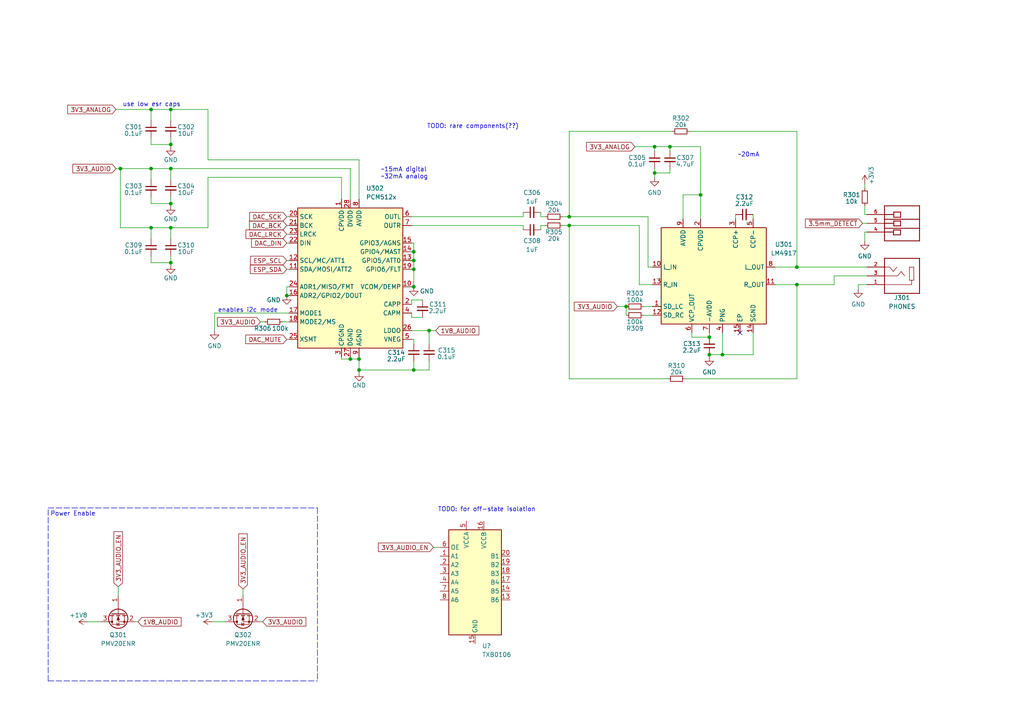
<source format=kicad_sch>
(kicad_sch (version 20211123) (generator eeschema)
  (paper "A4")
  (title_block (date "2022-09-04") (rev "1"))
  (lib_symbols
    (symbol "Audio:PCM5121PW"
      (property "Reference" "U" (at -13.97 21.59 0))
      (property "Value" "PCM5121PW" (at 10.16 21.59 0))
      (symbol "PCM5121PW_0_1"
        (rectangle (start -15.24 20.32) (end 15.24 -20.32) (stroke (width 0.254)) (fill (type background)))
      )
      (symbol "PCM5121PW_1_1"
        (pin power_in line (at -2.54 22.86 270) (length 2.54) (name "CPVDD") (number "1"))
        (pin bidirectional line (at 17.78 -2.54 180) (length 2.54) (name "VCOM/DEMP") (number "10"))
        (pin bidirectional line (at -17.78 2.54 0) (length 2.54) (name "SDA/MOSI/ATT2") (number "11"))
        (pin input line (at -17.78 5.08 0) (length 2.54) (name "SCL/MC/ATT1") (number "12"))
        (pin bidirectional line (at 17.78 5.08 180) (length 2.54) (name "GPIO5/ATT0") (number "13"))
        (pin bidirectional line (at 17.78 7.62 180) (length 2.54) (name "GPIO4/MAST") (number "14"))
        (pin bidirectional line (at 17.78 10.16 180) (length 2.54) (name "GPIO3/AGNS") (number "15"))
        (pin bidirectional line (at -17.78 -5.08 0) (length 2.54) (name "ADR2/GPIO2/DOUT") (number "16"))
        (pin input line (at -17.78 -10.16 0) (length 2.54) (name "MODE1") (number "17"))
        (pin input line (at -17.78 -12.7 0) (length 2.54) (name "MODE2/MS") (number "18"))
        (pin bidirectional line (at 17.78 2.54 180) (length 2.54) (name "GPIO6/FLT") (number "19"))
        (pin passive line (at 17.78 -7.62 180) (length 2.54) (name "CAPP") (number "2"))
        (pin input line (at -17.78 17.78 0) (length 2.54) (name "SCK") (number "20"))
        (pin bidirectional line (at -17.78 15.24 0) (length 2.54) (name "BCK") (number "21"))
        (pin input line (at -17.78 10.16 0) (length 2.54) (name "DIN") (number "22"))
        (pin bidirectional line (at -17.78 12.7 0) (length 2.54) (name "LRCK") (number "23"))
        (pin bidirectional line (at -17.78 -2.54 0) (length 2.54) (name "ADR1/MISO/FMT") (number "24"))
        (pin input line (at -17.78 -17.78 0) (length 2.54) (name "XSMT") (number "25"))
        (pin passive line (at 17.78 -15.24 180) (length 2.54) (name "LDOO") (number "26"))
        (pin power_in line (at 0 -22.86 90) (length 2.54) (name "DGND") (number "27"))
        (pin power_in line (at 0 22.86 270) (length 2.54) (name "DVDD") (number "28"))
        (pin power_in line (at -2.54 -22.86 90) (length 2.54) (name "CPGND") (number "3"))
        (pin passive line (at 17.78 -10.16 180) (length 2.54) (name "CAPM") (number "4"))
        (pin passive line (at 17.78 -17.78 180) (length 2.54) (name "VNEG") (number "5"))
        (pin output line (at 17.78 17.78 180) (length 2.54) (name "OUTL") (number "6"))
        (pin output line (at 17.78 15.24 180) (length 2.54) (name "OUTR") (number "7"))
        (pin power_in line (at 2.54 22.86 270) (length 2.54) (name "AVDD") (number "8"))
        (pin power_in line (at 2.54 -22.86 90) (length 2.54) (name "AGND") (number "9"))
      )
    )
    (symbol "Device:C_Small" (pin_numbers hide) (pin_names (offset 0.254) hide)
      (property "Reference" "C" (at 0.254 1.778 0))
      (property "Value" "C_Small" (at 0.254 -2.032 0))
      (symbol "C_Small_0_1"
        (polyline (pts (xy -1.524 -0.508) (xy 1.524 -0.508)) (stroke (width 0.3302)))
        (polyline (pts (xy -1.524 0.508) (xy 1.524 0.508)) (stroke (width 0.3048)))
      )
      (symbol "C_Small_1_1"
        (pin passive line (at 0 2.54 270) (length 2.032) (name "~") (number "1"))
        (pin passive line (at 0 -2.54 90) (length 2.032) (name "~") (number "2"))
      )
    )
    (symbol "Device:R_Small" (pin_numbers hide) (pin_names (offset 0.254) hide)
      (property "Reference" "R" (at 0.762 0.508 0))
      (property "Value" "R_Small" (at 0.762 -1.016 0))
      (symbol "R_Small_0_1"
        (rectangle (start -0.762 1.778) (end 0.762 -1.778) (stroke (width 0.2032)))
      )
      (symbol "R_Small_1_1"
        (pin passive line (at 0 2.54 270) (length 0.762) (name "~") (number "1"))
        (pin passive line (at 0 -2.54 90) (length 0.762) (name "~") (number "2"))
      )
    )
    (symbol "Transistor_FET:2N7002" (pin_names hide)
      (property "Reference" "Q" (at 5.08 1.905 0))
      (property "Value" "2N7002" (at 5.08 0 0))
      (symbol "2N7002_0_1"
        (polyline (pts (xy 0.254 0) (xy -2.54 0)))
        (polyline (pts (xy 0.254 1.905) (xy 0.254 -1.905)) (stroke (width 0.254)))
        (polyline (pts (xy 0.762 -1.27) (xy 0.762 -2.286)) (stroke (width 0.254)))
        (polyline (pts (xy 0.762 0.508) (xy 0.762 -0.508)) (stroke (width 0.254)))
        (polyline (pts (xy 0.762 2.286) (xy 0.762 1.27)) (stroke (width 0.254)))
        (polyline (pts (xy 2.54 2.54) (xy 2.54 1.778)))
        (polyline (pts (xy 2.54 -2.54) (xy 2.54 0) (xy 0.762 0)))
        (polyline (pts (xy 0.762 -1.778) (xy 3.302 -1.778) (xy 3.302 1.778) (xy 0.762 1.778)))
        (polyline (pts (xy 1.016 0) (xy 2.032 0.381) (xy 2.032 -0.381) (xy 1.016 0)) (fill (type outline)))
        (polyline (pts (xy 2.794 0.508) (xy 2.921 0.381) (xy 3.683 0.381) (xy 3.81 0.254)))
        (polyline (pts (xy 3.302 0.381) (xy 2.921 -0.254) (xy 3.683 -0.254) (xy 3.302 0.381)))
        (circle (center 1.651 0) (radius 2.794) (stroke (width 0.254)))
        (circle (center 2.54 -1.778) (radius 0.254) (fill (type outline)))
        (circle (center 2.54 1.778) (radius 0.254) (fill (type outline)))
      )
      (symbol "2N7002_1_1"
        (pin input line (at -5.08 0 0) (length 2.54) (name "G") (number "1"))
        (pin passive line (at 2.54 -5.08 90) (length 2.54) (name "S") (number "2"))
        (pin passive line (at 2.54 5.08 270) (length 2.54) (name "D") (number "3"))
      )
    )
    (symbol "power:+1V8" (power) (pin_names (offset 0))
      (property "Value" "+1V8" (at 0 3.556 0))
      (symbol "+1V8_0_1"
        (polyline (pts (xy -0.762 1.27) (xy 0 2.54)))
        (polyline (pts (xy 0 0) (xy 0 2.54)))
        (polyline (pts (xy 0 2.54) (xy 0.762 1.27)))
      )
      (symbol "+1V8_1_1"
        (pin power_in line (at 0 0 90) (length 0) hide (name "+1V8") (number "1"))
      )
    )
    (symbol "power:+3V3" (power) (pin_names (offset 0))
      (property "Value" "+3V3" (at 0 3.556 0))
      (symbol "+3V3_0_1"
        (polyline (pts (xy -0.762 1.27) (xy 0 2.54)))
        (polyline (pts (xy 0 0) (xy 0 2.54)))
        (polyline (pts (xy 0 2.54) (xy 0.762 1.27)))
      )
      (symbol "+3V3_1_1"
        (pin power_in line (at 0 0 90) (length 0) hide (name "+3V3") (number "1"))
      )
    )
    (symbol "power:GND" (power) (pin_names (offset 0))
      (property "Value" "GND" (at 0 -3.81 0))
      (symbol "GND_0_1"
        (polyline (pts (xy 0 0) (xy 0 -1.27) (xy 1.27 -1.27) (xy 0 -2.54) (xy -1.27 -1.27) (xy 0 -1.27)))
      )
      (symbol "GND_1_1"
        (pin power_in line (at 0 0 270) (length 0) hide (name "GND") (number "1"))
      )
    )
    (symbol "symbols:LM4917"
      (property "Reference" "U" (at 0 0 0))
      (property "Value" "LM4917" (at 0 0 0))
      (symbol "LM4917_0_0"
        (pin power_in line (at -17.78 -2.54 0) (length 2.54) (name "R_IN") (number "13"))
        (pin power_in line (at 11.43 -16.51 90) (length 2.54) (name "SGND") (number "14"))
        (pin power_in line (at 7.62 -16.51 90) (length 2.54) (name "EP") (number "15"))
        (pin passive line (at 6.35 16.51 270) (length 2.54) (name "CCP+") (number "3"))
      )
      (symbol "LM4917_0_1"
        (rectangle (start -15.24 13.97) (end 15.24 -13.97) (stroke (width 0.254)) (fill (type background)))
      )
      (symbol "LM4917_1_1"
        (pin output line (at -17.78 -8.89 0) (length 2.54) (name "SD_LC") (number "1"))
        (pin output line (at -17.78 2.54 0) (length 2.54) (name "L_IN") (number "10"))
        (pin power_in line (at 17.78 -2.54 180) (length 2.54) (name "R_OUT") (number "11"))
        (pin power_in line (at -17.78 -11.43 0) (length 2.54) (name "SD_RC") (number "12"))
        (pin power_in line (at -3.81 16.51 270) (length 2.54) (name "CPVDD") (number "2"))
        (pin output line (at 2.54 -16.51 90) (length 2.54) (name "PNG") (number "4"))
        (pin output line (at 11.43 16.51 270) (length 2.54) (name "CCP-") (number "5"))
        (pin input line (at -6.35 -16.51 90) (length 2.54) (name "VCP_OUT") (number "6"))
        (pin power_in line (at -1.27 -16.51 90) (length 2.54) (name "-AVDD") (number "7"))
        (pin power_in line (at 17.78 2.54 180) (length 2.54) (name "L_OUT") (number "8"))
        (pin input line (at -8.89 16.51 270) (length 2.54) (name "AVDD") (number "9"))
      )
    )
    (symbol "symbols:SJ-3566AN" (pin_names (offset 1.016) hide)
      (property "Reference" "J301" (at 0 6.35 0))
      (property "Value" "PHONES" (at 0 8.89 0))
      (symbol "SJ-3566AN_0_0"
        (polyline (pts (xy -5.1054 -13.7922) (xy 5.0038 -13.7922)) (stroke (width 0.254)))
        (polyline (pts (xy -5.08 -20.32) (xy 5.08 -20.32)) (stroke (width 0.254)))
        (polyline (pts (xy -5.08 -10.16) (xy -5.08 -20.32)) (stroke (width 0.254)))
        (polyline (pts (xy -5.08 -5.08) (xy 5.08 -5.08)) (stroke (width 0.254)))
        (polyline (pts (xy -5.08 5.08) (xy -5.08 -5.08)) (stroke (width 0.254)))
        (polyline (pts (xy -3.429 -2.54) (xy -2.159 -2.54)) (stroke (width 0.1524)))
        (polyline (pts (xy -3.429 1.27) (xy -3.429 -2.54)) (stroke (width 0.1524)))
        (polyline (pts (xy -2.794 1.27) (xy -3.429 1.27)) (stroke (width 0.1524)))
        (polyline (pts (xy -2.794 1.27) (xy -2.794 2.54)) (stroke (width 0.1524)))
        (polyline (pts (xy -2.794 2.54) (xy 5.08 2.54)) (stroke (width 0.1524)))
        (polyline (pts (xy -2.159 -2.54) (xy -2.159 1.27)) (stroke (width 0.1524)))
        (polyline (pts (xy -2.159 1.27) (xy -2.794 1.27)) (stroke (width 0.1524)))
        (polyline (pts (xy 0.254 -1.27) (xy -0.762 0)) (stroke (width 0.1524)))
        (polyline (pts (xy 0.4064 -18.4912) (xy 0.4064 -16.9926)) (stroke (width 0.254)))
        (polyline (pts (xy 0.4064 -16.9926) (xy 2.3876 -16.9926)) (stroke (width 0.254)))
        (polyline (pts (xy 0.4064 -15.9004) (xy 0.4064 -14.5034)) (stroke (width 0.254)))
        (polyline (pts (xy 0.4064 -14.5034) (xy 2.3876 -14.5034)) (stroke (width 0.254)))
        (polyline (pts (xy 0.4064 -11.9126) (xy 0.4064 -13.3096)) (stroke (width 0.254)))
        (polyline (pts (xy 0.508 -13.3096) (xy 2.4892 -13.3096)) (stroke (width 0.254)))
        (polyline (pts (xy 1.27 0) (xy 0.254 -1.27)) (stroke (width 0.1524)))
        (polyline (pts (xy 1.524 -2.54) (xy 2.54 -1.27)) (stroke (width 0.1524)))
        (polyline (pts (xy 2.3876 -18.4912) (xy 0.4064 -18.4912)) (stroke (width 0.254)))
        (polyline (pts (xy 2.3876 -16.9926) (xy 2.3876 -18.4912)) (stroke (width 0.254)))
        (polyline (pts (xy 2.3876 -15.9004) (xy 0.4064 -15.9004)) (stroke (width 0.254)))
        (polyline (pts (xy 2.3876 -14.5034) (xy 2.3876 -15.9004)) (stroke (width 0.254)))
        (polyline (pts (xy 2.4892 -13.3096) (xy 2.4892 -11.9126)) (stroke (width 0.254)))
        (polyline (pts (xy 2.4892 -11.9126) (xy 0.508 -11.9126)) (stroke (width 0.254)))
        (polyline (pts (xy 2.54 -1.27) (xy 3.556 -2.54)) (stroke (width 0.1524)))
        (polyline (pts (xy 5.08 -20.32) (xy 5.08 -17.78)) (stroke (width 0.254)))
        (polyline (pts (xy 5.08 -17.78) (xy 2.54 -17.78)) (stroke (width 0.254)))
        (polyline (pts (xy 5.08 -17.78) (xy 5.08 -15.24)) (stroke (width 0.254)))
        (polyline (pts (xy 5.08 -15.24) (xy 2.54 -15.24)) (stroke (width 0.254)))
        (polyline (pts (xy 5.08 -15.24) (xy 5.08 -12.7)) (stroke (width 0.254)))
        (polyline (pts (xy 5.08 -12.7) (xy 2.54 -12.7)) (stroke (width 0.254)))
        (polyline (pts (xy 5.08 -12.7) (xy 5.08 -10.16)) (stroke (width 0.254)))
        (polyline (pts (xy 5.08 -10.16) (xy -5.08 -10.16)) (stroke (width 0.254)))
        (polyline (pts (xy 5.08 -5.08) (xy 5.08 -2.54)) (stroke (width 0.254)))
        (polyline (pts (xy 5.08 -2.54) (xy 3.556 -2.54)) (stroke (width 0.1524)))
        (polyline (pts (xy 5.08 -2.54) (xy 5.08 0)) (stroke (width 0.254)))
        (polyline (pts (xy 5.08 0) (xy 1.27 0)) (stroke (width 0.1524)))
        (polyline (pts (xy 5.08 0) (xy 5.08 2.54)) (stroke (width 0.254)))
        (polyline (pts (xy 5.08 2.54) (xy 5.08 5.08)) (stroke (width 0.254)))
        (polyline (pts (xy 5.08 5.08) (xy -5.08 5.08)) (stroke (width 0.254)))
        (polyline (pts (xy 5.1054 -16.4084) (xy -5.1054 -16.4084)) (stroke (width 0.254)))
        (pin passive line (at 10.16 2.54 180) (length 5.08) (name "~") (number "1"))
        (pin passive line (at 10.16 -2.54 180) (length 5.08) (name "~") (number "2"))
        (pin passive line (at 10.16 0 180) (length 5.08) (name "~") (number "3"))
        (pin passive line (at 10.16 -12.7 180) (length 5.08) (name "~") (number "4"))
        (pin passive line (at 10.16 -15.24 180) (length 5.08) (name "~") (number "5"))
        (pin passive line (at 10.16 -17.78 180) (length 5.08) (name "~") (number "6"))
      )
    )
    (symbol "symbols:TXB0106"
      (property "Reference" "U" (at 0 -6.35 0))
      (property "Value" "TXB0106" (at 0 -8.89 0))
      (symbol "TXB0106_0_1"
        (rectangle (start -7.62 13.97) (end 7.62 -16.51) (stroke (width 0.254)) (fill (type background)))
      )
      (symbol "TXB0106_1_1"
        (pin bidirectional line (at -10.16 6.35 0) (length 2.54) (name "A1") (number "1"))
        (pin bidirectional line (at 10.16 -6.35 180) (length 2.54) (name "B6") (number "13"))
        (pin bidirectional line (at 10.16 -3.81 180) (length 2.54) (name "B5") (number "14"))
        (pin power_in line (at 0 -19.05 90) (length 2.54) (name "GND") (number "15"))
        (pin power_in line (at 2.54 16.51 270) (length 2.54) (name "VCCB") (number "16"))
        (pin bidirectional line (at 10.16 -1.27 180) (length 2.54) (name "B4") (number "17"))
        (pin bidirectional line (at 10.16 1.27 180) (length 2.54) (name "B3") (number "18"))
        (pin bidirectional line (at 10.16 3.81 180) (length 2.54) (name "B2") (number "19"))
        (pin bidirectional line (at -10.16 3.81 0) (length 2.54) (name "A2") (number "2"))
        (pin bidirectional line (at 10.16 6.35 180) (length 2.54) (name "B1") (number "20"))
        (pin bidirectional line (at -10.16 1.27 0) (length 2.54) (name "A3") (number "3"))
        (pin bidirectional line (at -10.16 -1.27 0) (length 2.54) (name "A4") (number "4"))
        (pin power_in line (at -2.54 16.51 270) (length 2.54) (name "VCCA") (number "5"))
        (pin input line (at -10.16 8.89 0) (length 2.54) (name "OE") (number "6"))
        (pin bidirectional line (at -10.16 -3.81 0) (length 2.54) (name "A5") (number "7"))
        (pin bidirectional line (at -10.16 -6.35 0) (length 2.54) (name "A6") (number "8"))
      )
    )
  )
  (junction (at 120.015 83.185))
  (junction (at 120.015 75.565))
  (junction (at 120.015 73.025))
  (junction (at 49.53 31.75))
  (junction (at 205.74 102.87))
  (junction (at 104.14 107.315))
  (junction (at 189.865 42.545))
  (junction (at 49.53 41.91))
  (junction (at 34.925 48.895))
  (junction (at 189.865 50.165))
  (junction (at 101.6 104.14))
  (junction (at 49.53 76.2))
  (junction (at 231.14 82.55))
  (junction (at 49.53 59.055))
  (junction (at 203.2 56.515))
  (junction (at 209.55 102.87))
  (junction (at 104.14 104.14))
  (junction (at 205.74 97.79))
  (junction (at 124.46 95.885))
  (junction (at 120.015 78.105))
  (junction (at 120.015 107.315))
  (junction (at 194.31 42.545))
  (junction (at 165.1 65.405))
  (junction (at 49.53 48.895))
  (junction (at 43.815 66.04))
  (junction (at 43.815 48.895))
  (junction (at 181.61 88.9))
  (junction (at 43.815 31.75))
  (junction (at 49.53 66.04))
  (junction (at 83.185 85.725))
  (junction (at 165.1 62.865))
  (junction (at 231.14 77.47))
  (no_connect (at 214.63 96.52))
  (polyline (pts (xy 13.97 197.485) (xy 13.97 147.32)))
  (wire (pts (xy 250.825 67.31) (xy 250.825 69.85)))
  (wire (pts (xy 187.96 62.865) (xy 187.96 77.47)))
  (wire (pts (xy 156.845 65.405) (xy 156.845 66.675)))
  (wire (pts (xy 119.38 86.995) (xy 119.38 88.265)))
  (wire (pts (xy 119.38 75.565) (xy 120.015 75.565)))
  (wire (pts (xy 49.53 40.005) (xy 49.53 41.91)))
  (wire (pts (xy 251.46 62.23) (xy 250.825 62.23)))
  (wire (pts (xy 101.6 104.14) (xy 104.14 104.14)))
  (wire (pts (xy 251.46 67.31) (xy 250.825 67.31)))
  (wire (pts (xy 158.115 62.865) (xy 156.845 62.865)))
  (wire (pts (xy 231.14 82.55) (xy 231.14 109.855)))
  (wire (pts (xy 156.845 62.865) (xy 156.845 61.595)))
  (wire (pts (xy 151.765 65.405) (xy 151.765 66.675)))
  (wire (pts (xy 43.815 76.2) (xy 49.53 76.2)))
  (wire (pts (xy 231.14 109.855) (xy 198.755 109.855)))
  (wire (pts (xy 213.36 62.23) (xy 213.36 63.5)))
  (wire (pts (xy 224.79 82.55) (xy 231.14 82.55)))
  (wire (pts (xy 43.815 52.07) (xy 43.815 48.895)))
  (wire (pts (xy 43.815 41.91) (xy 49.53 41.91)))
  (polyline (pts (xy 13.97 197.485) (xy 92.075 197.485)))
  (wire (pts (xy 251.46 82.55) (xy 248.92 82.55)))
  (wire (pts (xy 60.325 31.75) (xy 60.325 46.355)))
  (wire (pts (xy 124.46 107.315) (xy 120.015 107.315)))
  (wire (pts (xy 119.38 95.885) (xy 124.46 95.885)))
  (wire (pts (xy 165.1 38.1) (xy 194.945 38.1)))
  (wire (pts (xy 70.485 170.815) (xy 70.485 172.72)))
  (wire (pts (xy 181.61 88.9) (xy 181.61 91.44)))
  (wire (pts (xy 61.595 180.34) (xy 65.405 180.34)))
  (wire (pts (xy 189.865 42.545) (xy 189.865 43.815)))
  (wire (pts (xy 34.29 170.18) (xy 34.29 172.72)))
  (wire (pts (xy 49.53 31.75) (xy 60.325 31.75)))
  (wire (pts (xy 33.655 31.75) (xy 43.815 31.75)))
  (wire (pts (xy 104.14 57.785) (xy 104.14 46.355)))
  (wire (pts (xy 25.4 180.34) (xy 29.21 180.34)))
  (wire (pts (xy 81.915 93.345) (xy 83.82 93.345)))
  (wire (pts (xy 49.53 76.835) (xy 49.53 76.2)))
  (wire (pts (xy 119.38 62.865) (xy 151.765 62.865)))
  (wire (pts (xy 40.005 180.34) (xy 39.37 180.34)))
  (wire (pts (xy 49.53 59.69) (xy 49.53 59.055)))
  (wire (pts (xy 218.44 96.52) (xy 218.44 102.87)))
  (wire (pts (xy 34.925 48.895) (xy 43.815 48.895)))
  (wire (pts (xy 49.53 31.75) (xy 43.815 31.75)))
  (wire (pts (xy 125.73 158.75) (xy 127.635 158.75)))
  (wire (pts (xy 185.42 65.405) (xy 165.1 65.405)))
  (wire (pts (xy 83.185 62.865) (xy 83.82 62.865)))
  (wire (pts (xy 49.53 66.04) (xy 43.815 66.04)))
  (wire (pts (xy 99.06 104.14) (xy 101.6 104.14)))
  (wire (pts (xy 120.015 70.485) (xy 120.015 73.025)))
  (wire (pts (xy 241.935 82.55) (xy 241.935 80.01)))
  (wire (pts (xy 33.655 48.895) (xy 34.925 48.895)))
  (polyline (pts (xy 13.97 147.32) (xy 92.075 147.32)))
  (wire (pts (xy 83.185 83.185) (xy 83.185 85.725)))
  (wire (pts (xy 49.53 57.15) (xy 49.53 59.055)))
  (wire (pts (xy 179.07 88.9) (xy 181.61 88.9)))
  (wire (pts (xy 122.555 92.075) (xy 119.38 92.075)))
  (wire (pts (xy 165.1 62.865) (xy 163.195 62.865)))
  (wire (pts (xy 119.38 73.025) (xy 120.015 73.025)))
  (polyline (pts (xy 92.075 147.32) (xy 92.075 197.485)))
  (wire (pts (xy 158.115 65.405) (xy 156.845 65.405)))
  (wire (pts (xy 185.42 65.405) (xy 185.42 82.55)))
  (wire (pts (xy 124.46 104.775) (xy 124.46 107.315)))
  (wire (pts (xy 83.185 83.185) (xy 83.82 83.185)))
  (wire (pts (xy 184.15 42.545) (xy 189.865 42.545)))
  (wire (pts (xy 120.015 78.105) (xy 120.015 83.185)))
  (wire (pts (xy 49.53 74.295) (xy 49.53 76.2)))
  (wire (pts (xy 43.815 74.295) (xy 43.815 76.2)))
  (wire (pts (xy 34.925 48.895) (xy 34.925 66.04)))
  (wire (pts (xy 49.53 69.215) (xy 49.53 66.04)))
  (wire (pts (xy 43.815 40.005) (xy 43.815 41.91)))
  (wire (pts (xy 49.53 34.925) (xy 49.53 31.75)))
  (wire (pts (xy 250.825 53.34) (xy 250.825 54.61)))
  (wire (pts (xy 76.2 180.34) (xy 75.565 180.34)))
  (wire (pts (xy 194.31 48.895) (xy 194.31 50.165)))
  (wire (pts (xy 120.015 104.775) (xy 120.015 107.315)))
  (wire (pts (xy 119.38 98.425) (xy 120.015 98.425)))
  (wire (pts (xy 165.1 62.865) (xy 165.1 38.1)))
  (wire (pts (xy 43.815 34.925) (xy 43.815 31.75)))
  (wire (pts (xy 165.1 109.855) (xy 165.1 65.405)))
  (wire (pts (xy 231.14 82.55) (xy 241.935 82.55)))
  (wire (pts (xy 194.31 42.545) (xy 203.2 42.545)))
  (wire (pts (xy 75.565 93.345) (xy 76.835 93.345)))
  (wire (pts (xy 49.53 52.07) (xy 49.53 48.895)))
  (wire (pts (xy 209.55 102.87) (xy 205.74 102.87)))
  (wire (pts (xy 224.79 77.47) (xy 231.14 77.47)))
  (wire (pts (xy 203.2 42.545) (xy 203.2 56.515)))
  (wire (pts (xy 43.815 57.15) (xy 43.815 59.055)))
  (wire (pts (xy 165.1 65.405) (xy 163.195 65.405)))
  (wire (pts (xy 189.865 50.165) (xy 189.865 51.435)))
  (wire (pts (xy 83.185 67.945) (xy 83.82 67.945)))
  (wire (pts (xy 60.325 66.04) (xy 60.325 51.435)))
  (wire (pts (xy 120.015 107.315) (xy 104.14 107.315)))
  (wire (pts (xy 62.23 90.805) (xy 62.23 95.885)))
  (wire (pts (xy 186.69 91.44) (xy 189.23 91.44)))
  (wire (pts (xy 248.92 82.55) (xy 248.92 83.82)))
  (wire (pts (xy 119.38 92.075) (xy 119.38 90.805)))
  (wire (pts (xy 83.185 78.105) (xy 83.82 78.105)))
  (wire (pts (xy 200.66 96.52) (xy 200.66 97.79)))
  (wire (pts (xy 205.74 103.505) (xy 205.74 102.87)))
  (wire (pts (xy 49.53 48.895) (xy 43.815 48.895)))
  (wire (pts (xy 120.015 83.185) (xy 119.38 83.185)))
  (wire (pts (xy 49.53 42.545) (xy 49.53 41.91)))
  (wire (pts (xy 83.185 98.425) (xy 83.82 98.425)))
  (wire (pts (xy 198.12 63.5) (xy 198.12 56.515)))
  (wire (pts (xy 218.44 62.23) (xy 218.44 63.5)))
  (wire (pts (xy 120.015 75.565) (xy 120.015 78.105)))
  (wire (pts (xy 231.14 77.47) (xy 251.46 77.47)))
  (wire (pts (xy 101.6 57.785) (xy 101.6 48.895)))
  (wire (pts (xy 99.06 51.435) (xy 99.06 57.785)))
  (wire (pts (xy 62.23 90.805) (xy 83.82 90.805)))
  (wire (pts (xy 209.55 96.52) (xy 209.55 102.87)))
  (wire (pts (xy 60.325 51.435) (xy 99.06 51.435)))
  (wire (pts (xy 43.815 69.215) (xy 43.815 66.04)))
  (wire (pts (xy 49.53 66.04) (xy 60.325 66.04)))
  (wire (pts (xy 209.55 102.87) (xy 218.44 102.87)))
  (wire (pts (xy 198.12 56.515) (xy 203.2 56.515)))
  (wire (pts (xy 231.14 38.1) (xy 231.14 77.47)))
  (wire (pts (xy 200.025 38.1) (xy 231.14 38.1)))
  (wire (pts (xy 250.19 64.77) (xy 251.46 64.77)))
  (wire (pts (xy 205.74 97.79) (xy 205.74 96.52)))
  (wire (pts (xy 104.14 104.14) (xy 104.14 107.315)))
  (wire (pts (xy 120.015 98.425) (xy 120.015 99.695)))
  (wire (pts (xy 120.015 73.025) (xy 120.015 75.565)))
  (wire (pts (xy 83.185 75.565) (xy 83.82 75.565)))
  (wire (pts (xy 101.6 103.505) (xy 101.6 104.14)))
  (wire (pts (xy 119.38 70.485) (xy 120.015 70.485)))
  (wire (pts (xy 189.23 82.55) (xy 185.42 82.55)))
  (wire (pts (xy 187.96 77.47) (xy 189.23 77.47)))
  (wire (pts (xy 124.46 99.695) (xy 124.46 95.885)))
  (wire (pts (xy 126.365 95.885) (xy 124.46 95.885)))
  (wire (pts (xy 83.185 85.725) (xy 83.82 85.725)))
  (wire (pts (xy 187.96 62.865) (xy 165.1 62.865)))
  (wire (pts (xy 119.38 78.105) (xy 120.015 78.105)))
  (wire (pts (xy 60.325 46.355) (xy 104.14 46.355)))
  (wire (pts (xy 189.865 48.895) (xy 189.865 50.165)))
  (wire (pts (xy 203.2 56.515) (xy 203.2 63.5)))
  (wire (pts (xy 43.815 59.055) (xy 49.53 59.055)))
  (wire (pts (xy 104.14 103.505) (xy 104.14 104.14)))
  (wire (pts (xy 119.38 65.405) (xy 151.765 65.405)))
  (wire (pts (xy 99.06 103.505) (xy 99.06 104.14)))
  (wire (pts (xy 101.6 48.895) (xy 49.53 48.895)))
  (wire (pts (xy 200.66 97.79) (xy 205.74 97.79)))
  (wire (pts (xy 241.935 80.01) (xy 251.46 80.01)))
  (wire (pts (xy 194.31 42.545) (xy 194.31 43.815)))
  (wire (pts (xy 194.31 50.165) (xy 189.865 50.165)))
  (wire (pts (xy 43.815 66.04) (xy 34.925 66.04)))
  (wire (pts (xy 83.185 65.405) (xy 83.82 65.405)))
  (wire (pts (xy 122.555 86.995) (xy 119.38 86.995)))
  (wire (pts (xy 151.765 62.865) (xy 151.765 61.595)))
  (wire (pts (xy 189.865 42.545) (xy 194.31 42.545)))
  (wire (pts (xy 104.14 107.315) (xy 104.14 107.95)))
  (wire (pts (xy 250.825 62.23) (xy 250.825 59.69)))
  (wire (pts (xy 193.675 109.855) (xy 165.1 109.855)))
  (wire (pts (xy 186.69 88.9) (xy 189.23 88.9)))
  (wire (pts (xy 83.185 70.485) (xy 83.82 70.485)))
  (text "~20mA" (at 213.995 45.72 0) (effects (font (size 1.27 1.27)) (justify left bottom)))
  (text "Power Enable" (at 14.605 149.86 0) (effects (font (size 1.27 1.27)) (justify left bottom)))
  (text "~15mA digital\n~32mA analog" (at 110.49 52.07 0) (effects (font (size 1.27 1.27)) (justify left bottom)))
  (text "use low esr caps" (at 35.56 31.115 0) (effects (font (size 1.27 1.27)) (justify left bottom)))
  (text "TODO: for off-state isolation" (at 127 148.59 0) (effects (font (size 1.27 1.27)) (justify left bottom)))
  (text "enables i2c mode" (at 80.645 90.805 180) (effects (font (size 1.27 1.27)) (justify right bottom)))
  (text "TODO: rare components(??)" (at 123.825 37.465 0) (effects (font (size 1.27 1.27)) (justify left bottom)))
  (global_label "DAC_MUTE" (shape input) (at 83.185 98.425 180) (property "Intersheet References" "${INTERSHEET_REFS}" (effects hide)))
  (global_label "3V3_AUDIO" (shape input) (at 75.565 93.345 180) (property "Intersheet References" "${INTERSHEET_REFS}" (effects hide)))
  (global_label "ESP_SDA" (shape input) (at 83.185 78.105 180) (property "Intersheet References" "${INTERSHEET_REFS}" (effects hide)))
  (global_label "3V3_AUDIO_EN" (shape input) (at 34.29 170.18 90) (property "Intersheet References" "${INTERSHEET_REFS}" (effects hide)))
  (global_label "3V3_ANALOG" (shape input) (at 184.15 42.545 180) (property "Intersheet References" "${INTERSHEET_REFS}" (effects hide)))
  (global_label "1V8_AUDIO" (shape input) (at 126.365 95.885 0) (property "Intersheet References" "${INTERSHEET_REFS}" (effects hide)))
  (global_label "DAC_DIN" (shape input) (at 83.185 70.485 180) (property "Intersheet References" "${INTERSHEET_REFS}" (effects hide)))
  (global_label "DAC_BCK" (shape input) (at 83.185 65.405 180) (property "Intersheet References" "${INTERSHEET_REFS}" (effects hide)))
  (global_label "3V3_AUDIO" (shape input) (at 76.2 180.34 0) (property "Intersheet References" "${INTERSHEET_REFS}" (effects hide)))
  (global_label "3V3_AUDIO_EN" (shape input) (at 125.73 158.75 180) (property "Intersheet References" "${INTERSHEET_REFS}" (effects hide)))
  (global_label "ESP_SCL" (shape input) (at 83.185 75.565 180) (property "Intersheet References" "${INTERSHEET_REFS}" (effects hide)))
  (global_label "1V8_AUDIO" (shape input) (at 40.005 180.34 0) (property "Intersheet References" "${INTERSHEET_REFS}" (effects hide)))
  (global_label "3V3_AUDIO_EN" (shape input) (at 70.485 170.815 90) (property "Intersheet References" "${INTERSHEET_REFS}" (effects hide)))
  (global_label "DAC_LRCK" (shape input) (at 83.185 67.945 180) (property "Intersheet References" "${INTERSHEET_REFS}" (effects hide)))
  (global_label "3V3_AUDIO" (shape input) (at 179.07 88.9 180) (property "Intersheet References" "${INTERSHEET_REFS}" (effects hide)))
  (global_label "DAC_SCK" (shape input) (at 83.185 62.865 180) (property "Intersheet References" "${INTERSHEET_REFS}" (effects hide)))
  (global_label "3V3_AUDIO" (shape input) (at 33.655 48.895 180) (property "Intersheet References" "${INTERSHEET_REFS}" (effects hide)))
  (global_label "3V3_ANALOG" (shape input) (at 33.655 31.75 180) (property "Intersheet References" "${INTERSHEET_REFS}" (effects hide)))
  (global_label "~{3.5mm_DETECT}" (shape input) (at 250.19 64.77 180) (property "Intersheet References" "${INTERSHEET_REFS}" (effects hide)))
  (symbol (lib_id "Device:C_Small") (at 49.53 37.465 0) (unit 1)
    (property "Reference" "C302" (at 53.975 36.83 0))
    (property "Value" "10uF" (at 53.975 38.735 0))
    (property "Footprint" "Capacitor_SMD:C_0805_2012Metric" (effects hide))
    (property "PN" "EMK212ABJ106KG-T" (effects hide))
  )
  (symbol (lib_id "power:GND") (at 104.14 107.95 0) (unit 1)
    (property "Reference" "#PWR0313" (effects hide))
    (property "Value" "GND" (at 104.14 111.76 0))
  )
  (symbol (lib_id "power:GND") (at 83.185 85.725 0) (unit 1)
    (property "Reference" "#PWR0310" (effects hide))
    (property "Value" "GND" (at 79.375 86.995 0))
  )
  (symbol (lib_id "Device:C_Small") (at 49.53 71.755 0) (unit 1)
    (property "Reference" "C310" (at 53.975 71.12 0))
    (property "Value" "10uF" (at 53.975 73.025 0))
    (property "Footprint" "Capacitor_SMD:C_0805_2012Metric" (effects hide))
    (property "PN" "EMK212ABJ106KG-T" (effects hide))
  )
  (symbol (lib_id "Device:C_Small") (at 124.46 102.235 0) (unit 1)
    (property "Reference" "C315" (at 129.54 101.6 0))
    (property "Value" "0.1uF" (at 129.54 103.505 0))
    (property "Footprint" "Capacitor_SMD:C_0805_2012Metric" (effects hide))
    (property "PN" "0805YD104KAT2A" (effects hide))
  )
  (symbol (lib_id "Device:C_Small") (at 122.555 89.535 0) (unit 1)
    (property "Reference" "C311" (at 127 88.265 0))
    (property "Value" "2.2uF" (at 127 90.17 0))
    (property "Footprint" "Capacitor_SMD:C_0805_2012Metric" (effects hide))
    (property "PN" "EMK212BJ225KGHT" (effects hide))
  )
  (symbol (lib_id "Device:R_Small") (at 184.15 91.44 90) (mirror x) (unit 1)
    (property "Reference" "R309" (at 184.15 95.25 90))
    (property "Value" "100k" (at 184.15 93.345 90))
    (property "Footprint" "Resistor_SMD:R_0603_1608Metric" (effects hide))
    (property "PN" "RC0603JR-10100KL" (effects hide))
  )
  (symbol (lib_id "Device:R_Small") (at 196.215 109.855 90) (unit 1)
    (property "Reference" "R310" (at 196.215 106.045 90))
    (property "Value" "20k" (at 196.215 107.95 90))
    (property "Footprint" "Resistor_SMD:R_0603_1608Metric" (effects hide))
    (property "PN" "AC0603FR-0720KL" (effects hide))
  )
  (symbol (lib_id "power:+1V8") (at 25.4 180.34 90) (unit 1)
    (property "Reference" "#PWR0316" (effects hide))
    (property "Value" "+1V8" (at 25.4 178.435 90) (effects (justify left)))
  )
  (symbol (lib_id "Device:R_Small") (at 160.655 62.865 90) (unit 1)
    (property "Reference" "R304" (at 160.655 59.055 90))
    (property "Value" "20k" (at 160.655 60.96 90))
    (property "Footprint" "Resistor_SMD:R_0603_1608Metric" (effects hide))
    (property "PN" "AC0603FR-0720KL" (effects hide))
  )
  (symbol (lib_id "power:GND") (at 49.53 76.835 0) (unit 1)
    (property "Reference" "#PWR0306" (effects hide))
    (property "Value" "GND" (at 49.53 80.645 0))
  )
  (symbol (lib_id "Device:R_Small") (at 79.375 93.345 90) (unit 1)
    (property "Reference" "R306" (at 76.2 95.25 90))
    (property "Value" "100k" (at 81.28 95.25 90))
    (property "Footprint" "Resistor_SMD:R_0603_1608Metric" (effects hide))
    (property "PN" "RC0603JR-10100KL" (effects hide))
  )
  (symbol (lib_id "Device:C_Small") (at 120.015 102.235 0) (unit 1)
    (property "Reference" "C314" (at 114.935 102.235 0))
    (property "Value" "2.2uF" (at 114.935 104.14 0))
    (property "Footprint" "Capacitor_SMD:C_0805_2012Metric" (effects hide))
    (property "PN" "EMK212BJ225KGHT" (effects hide))
  )
  (symbol (lib_id "Device:C_Small") (at 49.53 54.61 0) (unit 1)
    (property "Reference" "C304" (at 53.975 53.975 0))
    (property "Value" "10uF" (at 53.975 55.88 0))
    (property "Footprint" "Capacitor_SMD:C_0805_2012Metric" (effects hide))
    (property "PN" "EMK212ABJ106KG-T" (effects hide))
  )
  (symbol (lib_id "power:GND") (at 62.23 95.885 0) (unit 1)
    (property "Reference" "#PWR0311" (effects hide))
    (property "Value" "GND" (at 62.23 100.33 0))
  )
  (symbol (lib_id "symbols:TXB0106") (at 137.795 167.64 0) (unit 1)
    (property "Reference" "U?" (at 139.8144 187.325 0) (effects (justify left)))
    (property "Value" "TXB0106" (at 139.8144 189.865 0) (effects (justify left)))
  )
  (symbol (lib_id "Transistor_FET:2N7002") (at 34.29 177.8 90) (mirror x) (unit 1)
    (property "Reference" "Q301" (at 34.29 184.15 90))
    (property "Value" "PMV20ENR" (at 34.29 186.69 90))
    (property "Footprint" "Package_TO_SOT_SMD:SOT-23" (effects hide))
    (property "Datasheet" "https://www.onsemi.com/pub/Collateral/NDS7002A-D.PDF" (effects hide))
    (property "PN" "PMV20ENR" (effects hide))
  )
  (symbol (lib_id "power:GND") (at 248.92 83.82 0) (unit 1)
    (property "Reference" "#PWR0308" (effects hide))
    (property "Value" "GND" (at 248.92 88.265 0))
  )
  (symbol (lib_id "power:GND") (at 49.53 42.545 0) (unit 1)
    (property "Reference" "#PWR0301" (effects hide))
    (property "Value" "GND" (at 49.53 46.355 0))
  )
  (symbol (lib_id "power:GND") (at 120.015 83.185 0) (unit 1)
    (property "Reference" "#PWR0307" (effects hide))
    (property "Value" "GND" (at 123.825 84.455 0))
  )
  (symbol (lib_id "Device:C_Small") (at 194.31 46.355 0) (unit 1)
    (property "Reference" "C307" (at 198.755 45.72 0))
    (property "Value" "4.7uF" (at 198.755 47.625 0))
    (property "Footprint" "Capacitor_SMD:C_0805_2012Metric" (effects hide))
    (property "PN" "EMK212BJ475KD-T" (effects hide))
  )
  (symbol (lib_id "Device:C_Small") (at 189.865 46.355 0) (unit 1)
    (property "Reference" "C305" (at 184.785 45.72 0))
    (property "Value" "0.1uF" (at 184.785 47.625 0))
    (property "Footprint" "Capacitor_SMD:C_0805_2012Metric" (effects hide))
    (property "PN" "0805YD104KAT2A" (effects hide))
  )
  (symbol (lib_id "Device:C_Small") (at 215.9 62.23 90) (unit 1)
    (property "Reference" "C312" (at 215.9 57.15 90))
    (property "Value" "2.2uF" (at 215.9 59.055 90))
    (property "Footprint" "Capacitor_SMD:C_0603_1608Metric" (effects hide))
    (property "PN" "EMK212BJ225KGHT" (effects hide))
  )
  (symbol (lib_id "power:+3V3") (at 250.825 53.34 0) (unit 1)
    (property "Reference" "#PWR0302" (effects hide))
    (property "Value" "+3V3" (at 252.73 48.26 90) (effects (justify right)))
  )
  (symbol (lib_id "power:GND") (at 250.825 69.85 0) (unit 1)
    (property "Reference" "#PWR0305" (effects hide))
    (property "Value" "GND" (at 250.825 74.295 0))
  )
  (symbol (lib_id "power:GND") (at 205.74 103.505 0) (unit 1)
    (property "Reference" "#PWR0122" (effects hide))
    (property "Value" "GND" (at 205.74 107.95 0))
  )
  (symbol (lib_id "Device:R_Small") (at 250.825 57.15 180) (unit 1)
    (property "Reference" "R301" (at 247.015 56.515 0))
    (property "Value" "10k" (at 247.015 58.42 0))
    (property "Footprint" "Resistor_SMD:R_0603_1608Metric" (effects hide))
    (property "PN" "AC0603JR-0710KL" (effects hide))
  )
  (symbol (lib_id "symbols:SJ-3566AN") (at 261.62 80.01 180) (unit 1)
    (property "Reference" "J301" (at 261.62 86.36 0))
    (property "Value" "PHONES" (at 261.62 88.9 0))
    (property "Footprint" "footprints:CUI_SJ-3566AN" (effects hide))
    (property "PN" "SJ-3566AN" (effects hide))
  )
  (symbol (lib_id "Transistor_FET:2N7002") (at 70.485 177.8 90) (mirror x) (unit 1)
    (property "Reference" "Q302" (at 70.485 184.15 90))
    (property "Value" "PMV20ENR" (at 70.485 186.69 90))
    (property "Footprint" "Package_TO_SOT_SMD:SOT-23" (effects hide))
    (property "Datasheet" "https://www.onsemi.com/pub/Collateral/NDS7002A-D.PDF" (effects hide))
    (property "PN" "PMV20ENR" (effects hide))
  )
  (symbol (lib_id "power:GND") (at 189.865 51.435 0) (unit 1)
    (property "Reference" "#PWR0123" (effects hide))
    (property "Value" "GND" (at 189.865 55.88 0))
  )
  (symbol (lib_id "Device:C_Small") (at 154.305 66.675 90) (unit 1)
    (property "Reference" "C308" (at 154.305 69.85 90))
    (property "Value" "1uF" (at 154.305 72.39 90))
    (property "Footprint" "Diode_SMD:D_1206_3216Metric" (effects hide))
    (property "PN" "T491A105M016AT" (effects hide))
  )
  (symbol (lib_id "power:GND") (at 49.53 59.69 0) (unit 1)
    (property "Reference" "#PWR0304" (effects hide))
    (property "Value" "GND" (at 49.53 63.5 0))
  )
  (symbol (lib_id "Device:C_Small") (at 43.815 71.755 0) (unit 1)
    (property "Reference" "C309" (at 38.735 71.12 0))
    (property "Value" "0.1uF" (at 38.735 73.025 0))
    (property "Footprint" "Capacitor_SMD:C_0805_2012Metric" (effects hide))
    (property "PN" "0805YD104KAT2A" (effects hide))
  )
  (symbol (lib_id "Device:R_Small") (at 184.15 88.9 90) (unit 1)
    (property "Reference" "R303" (at 184.15 85.09 90))
    (property "Value" "100k" (at 184.15 86.995 90))
    (property "Footprint" "Resistor_SMD:R_0603_1608Metric" (effects hide))
    (property "PN" "RC0603JR-10100KL" (effects hide))
  )
  (symbol (lib_id "Device:C_Small") (at 154.305 61.595 90) (unit 1)
    (property "Reference" "C306" (at 154.305 55.88 90))
    (property "Value" "1uF" (at 154.305 58.42 90))
    (property "Footprint" "Diode_SMD:D_1206_3216Metric" (effects hide))
    (property "PN" "T491A105M016AT" (effects hide))
  )
  (symbol (lib_id "Device:C_Small") (at 43.815 54.61 0) (unit 1)
    (property "Reference" "C303" (at 38.735 53.975 0))
    (property "Value" "0.1uF" (at 38.735 55.88 0))
    (property "Footprint" "Capacitor_SMD:C_0805_2012Metric" (effects hide))
    (property "PN" "0805YD104KAT2A" (effects hide))
  )
  (symbol (lib_id "Device:R_Small") (at 160.655 65.405 270) (unit 1)
    (property "Reference" "R305" (at 160.655 67.31 90))
    (property "Value" "20k" (at 160.655 69.215 90))
    (property "Footprint" "Resistor_SMD:R_0603_1608Metric" (effects hide))
    (property "PN" "AC0603FR-0720KL" (effects hide))
  )
  (symbol (lib_id "symbols:LM4917") (at 207.01 80.01 0) (unit 1)
    (property "Reference" "U301" (at 227.33 70.8912 0))
    (property "Value" "LM4917" (at 227.33 73.4312 0))
    (property "Footprint" "footprints:SOIC-14" (effects hide))
    (property "PN" "LM4917" (effects hide))
  )
  (symbol (lib_id "Device:R_Small") (at 197.485 38.1 90) (unit 1)
    (property "Reference" "R302" (at 197.485 34.29 90))
    (property "Value" "20k" (at 197.485 36.195 90))
    (property "Footprint" "Resistor_SMD:R_0603_1608Metric" (effects hide))
    (property "PN" "AC0603FR-0720KL" (effects hide))
  )
  (symbol (lib_id "Audio:PCM5121PW") (at 101.6 80.645 0) (unit 1)
    (property "Reference" "U302" (at 106.1594 54.61 0) (effects (justify left)))
    (property "Value" "PCM512x" (at 106.1594 57.15 0) (effects (justify left)))
    (property "Footprint" "Package_SO:TSSOP-28_4.4x9.7mm_P0.65mm" (effects hide))
    (property "Datasheet" "http://www.ti.com/lit/ds/symlink/pcm5121.pdf" (effects hide))
    (property "PN" "PCM512x" (effects hide))
  )
  (symbol (lib_id "power:+3V3") (at 61.595 180.34 90) (unit 1)
    (property "Reference" "#PWR0317" (effects hide))
    (property "Value" "+3V3" (at 56.515 178.435 90) (effects (justify right)))
  )
  (symbol (lib_id "Device:C_Small") (at 205.74 100.33 180) (unit 1)
    (property "Reference" "C313" (at 200.66 99.695 0))
    (property "Value" "2.2uF" (at 200.66 101.6 0))
    (property "Footprint" "Capacitor_SMD:C_0805_2012Metric" (effects hide))
    (property "PN" "EMK212BJ225KGHT" (effects hide))
  )
  (symbol (lib_id "Device:C_Small") (at 43.815 37.465 0) (unit 1)
    (property "Reference" "C301" (at 38.735 36.83 0))
    (property "Value" "0.1uF" (at 38.735 38.735 0))
    (property "Footprint" "Capacitor_SMD:C_0805_2012Metric" (effects hide))
    (property "PN" "0805YD104KAT2A" (effects hide))
  )
)
</source>
